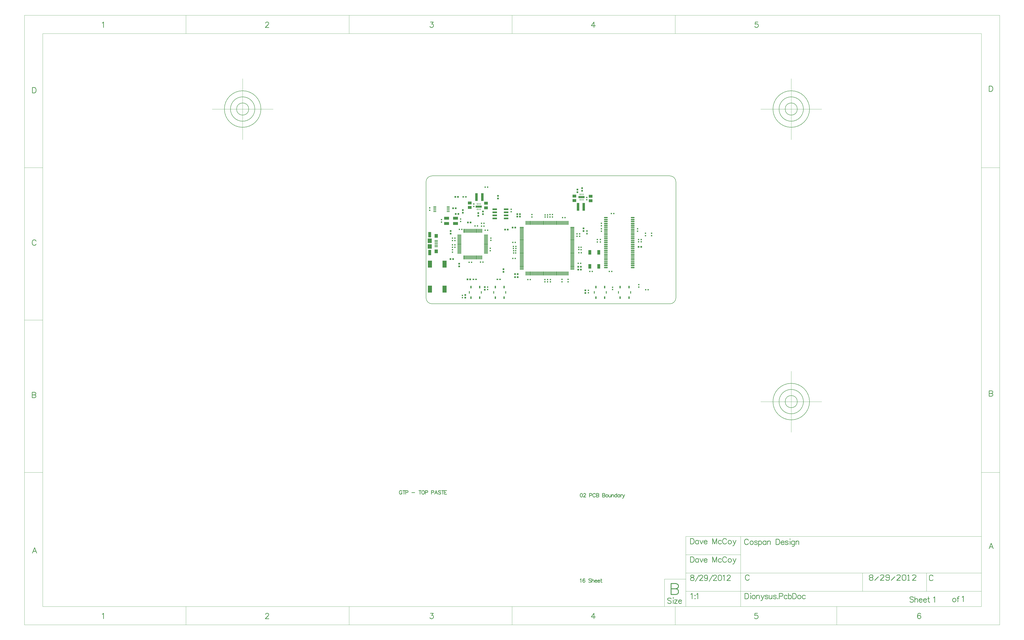
<source format=gtp>
%FSLAX25Y25*%
%MOIN*%
G70*
G01*
G75*
G04 Layer_Color=8421504*
%ADD10R,0.02953X0.02559*%
%ADD11R,0.05118X0.09055*%
%ADD12R,0.07087X0.07480*%
%ADD13R,0.05512X0.06299*%
%ADD14R,0.05315X0.01575*%
%ADD15R,0.02559X0.02953*%
%ADD16R,0.02362X0.03937*%
%ADD17R,0.01772X0.03937*%
%ADD18R,0.02362X0.01969*%
%ADD19R,0.01969X0.02362*%
%ADD20R,0.05906X0.05118*%
%ADD21R,0.04331X0.12598*%
%ADD22R,0.09843X0.03543*%
%ADD23R,0.00984X0.03150*%
%ADD24R,0.02756X0.01969*%
%ADD25R,0.01969X0.02756*%
%ADD26R,0.07874X0.04724*%
%ADD27R,0.07087X0.11811*%
%ADD28R,0.04921X0.07284*%
%ADD29R,0.07480X0.02835*%
%ADD30R,0.04921X0.01378*%
%ADD31O,0.06102X0.02165*%
%ADD32O,0.01181X0.07087*%
%ADD33O,0.07087X0.01181*%
%ADD34C,0.00600*%
%ADD35C,0.01000*%
%ADD36C,0.01500*%
%ADD37C,0.02000*%
%ADD38C,0.03000*%
%ADD39C,0.00400*%
%ADD40C,0.00200*%
%ADD41C,0.01400*%
%ADD42C,0.06000*%
%ADD43C,0.05906*%
%ADD44C,0.03937*%
%ADD45C,0.02400*%
%ADD46C,0.04000*%
%ADD47C,0.14900*%
%ADD48C,0.06400*%
%ADD49C,0.06416*%
G04:AMPARAMS|DCode=50|XSize=80.157mil|YSize=80.157mil|CornerRadius=0mil|HoleSize=0mil|Usage=FLASHONLY|Rotation=0.000|XOffset=0mil|YOffset=0mil|HoleType=Round|Shape=Relief|Width=8mil|Gap=10mil|Entries=4|*
%AMTHD50*
7,0,0,0.08016,0.06016,0.00800,45*
%
%ADD50THD50*%
G04:AMPARAMS|DCode=51|XSize=80mil|YSize=80mil|CornerRadius=0mil|HoleSize=0mil|Usage=FLASHONLY|Rotation=0.000|XOffset=0mil|YOffset=0mil|HoleType=Round|Shape=Relief|Width=8mil|Gap=10mil|Entries=4|*
%AMTHD51*
7,0,0,0.08000,0.06000,0.00800,45*
%
%ADD51THD51*%
%ADD52C,0.08699*%
%ADD53C,0.09487*%
G04:AMPARAMS|DCode=54|XSize=50mil|YSize=50mil|CornerRadius=0mil|HoleSize=0mil|Usage=FLASHONLY|Rotation=0.000|XOffset=0mil|YOffset=0mil|HoleType=Round|Shape=Relief|Width=8mil|Gap=10mil|Entries=4|*
%AMTHD54*
7,0,0,0.05000,0.03000,0.00800,45*
%
%ADD54THD54*%
%ADD55C,0.03400*%
%ADD56C,0.00984*%
%ADD57C,0.02362*%
%ADD58C,0.00787*%
%ADD59C,0.00394*%
D10*
X154800Y147400D02*
D03*
X150469D02*
D03*
X147065Y125400D02*
D03*
X142735D02*
D03*
X130435Y122100D02*
D03*
X134765D02*
D03*
X147035Y49300D02*
D03*
X151365D02*
D03*
X49487Y157080D02*
D03*
X45157D02*
D03*
X73965Y133800D02*
D03*
X69635D02*
D03*
X49535Y148000D02*
D03*
X53865D02*
D03*
X40969Y73900D02*
D03*
X45300D02*
D03*
X349500Y94000D02*
D03*
X353831D02*
D03*
X151365Y44300D02*
D03*
X147035D02*
D03*
X254765Y56400D02*
D03*
X250435D02*
D03*
X254765Y61100D02*
D03*
X250435D02*
D03*
X69035Y40400D02*
D03*
X73365D02*
D03*
X48835Y175900D02*
D03*
X53165D02*
D03*
X150469Y143500D02*
D03*
X154800D02*
D03*
D11*
X6968Y84436D02*
D03*
Y113964D02*
D03*
D12*
Y103924D02*
D03*
Y94476D02*
D03*
D13*
X17500Y111798D02*
D03*
Y86602D02*
D03*
D14*
Y104318D02*
D03*
Y101759D02*
D03*
Y99200D02*
D03*
Y96641D02*
D03*
Y94082D02*
D03*
D15*
X262142Y18223D02*
D03*
Y22554D02*
D03*
X55200Y66131D02*
D03*
Y61800D02*
D03*
X61300Y150035D02*
D03*
Y154365D02*
D03*
X41300Y115635D02*
D03*
Y119965D02*
D03*
X259300Y119769D02*
D03*
Y124100D02*
D03*
X65300Y14731D02*
D03*
Y10400D02*
D03*
X97300Y23535D02*
D03*
Y27865D02*
D03*
X127800Y57231D02*
D03*
Y52900D02*
D03*
X94100Y147635D02*
D03*
Y151965D02*
D03*
X86435Y149331D02*
D03*
Y145000D02*
D03*
X249300Y187765D02*
D03*
Y183435D02*
D03*
X257000Y186035D02*
D03*
Y190365D02*
D03*
X118800Y173069D02*
D03*
Y177400D02*
D03*
D16*
X319378Y27761D02*
D03*
Y10439D02*
D03*
X333945D02*
D03*
Y27761D02*
D03*
X74417D02*
D03*
Y10439D02*
D03*
X88984D02*
D03*
Y27761D02*
D03*
X114417D02*
D03*
Y10439D02*
D03*
X128983D02*
D03*
Y27761D02*
D03*
X279416D02*
D03*
Y10439D02*
D03*
X293984D02*
D03*
Y27761D02*
D03*
D17*
X316721Y19100D02*
D03*
X336602D02*
D03*
X71759D02*
D03*
X91641D02*
D03*
X111759D02*
D03*
X131641D02*
D03*
X276759D02*
D03*
X296641D02*
D03*
D18*
X307000Y23763D02*
D03*
Y27700D02*
D03*
X140700Y151532D02*
D03*
Y155468D02*
D03*
X48200Y104131D02*
D03*
Y108069D02*
D03*
X44100Y104131D02*
D03*
Y108069D02*
D03*
Y93231D02*
D03*
Y97168D02*
D03*
X48300Y93231D02*
D03*
Y97168D02*
D03*
X106200Y87532D02*
D03*
Y91469D02*
D03*
X44300Y85232D02*
D03*
Y89169D02*
D03*
X107200Y108369D02*
D03*
Y104431D02*
D03*
X6900Y157768D02*
D03*
Y153832D02*
D03*
X26200Y138537D02*
D03*
Y134600D02*
D03*
X57600Y135563D02*
D03*
Y139500D02*
D03*
X349507Y102075D02*
D03*
Y106012D02*
D03*
X348000Y119532D02*
D03*
Y123468D02*
D03*
X353731Y102075D02*
D03*
Y106012D02*
D03*
X288440Y123571D02*
D03*
Y119634D02*
D03*
X288454Y128591D02*
D03*
Y132528D02*
D03*
X281976Y105971D02*
D03*
Y102034D02*
D03*
X286789Y105971D02*
D03*
Y102034D02*
D03*
X370800Y112163D02*
D03*
Y116100D02*
D03*
X360800Y112163D02*
D03*
Y116100D02*
D03*
X349800Y27963D02*
D03*
Y31900D02*
D03*
X195800Y36432D02*
D03*
Y40369D02*
D03*
X223906Y36531D02*
D03*
Y40468D02*
D03*
X253000Y115168D02*
D03*
Y111232D02*
D03*
X248700Y115168D02*
D03*
Y111232D02*
D03*
X174694Y146869D02*
D03*
Y142931D02*
D03*
X204300Y146869D02*
D03*
Y142931D02*
D03*
X200300Y36432D02*
D03*
Y40369D02*
D03*
X208158Y146869D02*
D03*
Y142931D02*
D03*
X204800Y36432D02*
D03*
Y40369D02*
D03*
X251500Y93337D02*
D03*
Y89400D02*
D03*
X233749Y36531D02*
D03*
Y40468D02*
D03*
X255100Y93237D02*
D03*
Y89300D02*
D03*
X144500Y83732D02*
D03*
Y87669D02*
D03*
X147900Y83732D02*
D03*
Y87669D02*
D03*
X60700Y14337D02*
D03*
Y10400D02*
D03*
X102035Y23863D02*
D03*
Y27800D02*
D03*
X79175Y160231D02*
D03*
Y164169D02*
D03*
X264700Y175037D02*
D03*
Y171100D02*
D03*
X267077Y18557D02*
D03*
Y22494D02*
D03*
D19*
X101868Y121300D02*
D03*
X97931D02*
D03*
X55632Y122700D02*
D03*
X59569D02*
D03*
X95768Y132400D02*
D03*
X91831D02*
D03*
X95768Y128000D02*
D03*
X91831D02*
D03*
X85268Y128100D02*
D03*
X81331D02*
D03*
X94269Y68800D02*
D03*
X90332D02*
D03*
X75568Y68700D02*
D03*
X71631D02*
D03*
X305471Y53473D02*
D03*
X301534D02*
D03*
X308789Y148461D02*
D03*
X304852D02*
D03*
X361300Y23400D02*
D03*
X365237D02*
D03*
X101800Y191900D02*
D03*
X97863D02*
D03*
X167832Y40300D02*
D03*
X171768D02*
D03*
X273502Y53466D02*
D03*
X269565D02*
D03*
X254569Y66994D02*
D03*
X250631D02*
D03*
X224832Y141900D02*
D03*
X228768D02*
D03*
X255542Y84332D02*
D03*
X251606D02*
D03*
X144332Y91100D02*
D03*
X148268D02*
D03*
X196335Y146304D02*
D03*
X200272D02*
D03*
X196335Y142804D02*
D03*
X200272D02*
D03*
X143363Y74868D02*
D03*
X147300D02*
D03*
X144332Y94600D02*
D03*
X148268D02*
D03*
X143141Y101091D02*
D03*
X147078D02*
D03*
D20*
X99275Y158000D02*
D03*
Y165480D02*
D03*
X271000Y176940D02*
D03*
Y169460D02*
D03*
X244100Y177340D02*
D03*
Y169860D02*
D03*
X72475Y158460D02*
D03*
Y165940D02*
D03*
D21*
X259724Y159600D02*
D03*
X250276D02*
D03*
X83650Y175700D02*
D03*
X93099D02*
D03*
D22*
X256025Y175400D02*
D03*
X87375Y160000D02*
D03*
D23*
X258978Y171069D02*
D03*
X257010D02*
D03*
X255041D02*
D03*
X253072D02*
D03*
Y179731D02*
D03*
X255041D02*
D03*
X257010D02*
D03*
X258978D02*
D03*
X84422Y155669D02*
D03*
X86391D02*
D03*
X88359D02*
D03*
X90328D02*
D03*
Y164331D02*
D03*
X88359D02*
D03*
X86391D02*
D03*
X84422D02*
D03*
D24*
X82865Y40400D02*
D03*
X78535D02*
D03*
X61835Y175900D02*
D03*
X66165D02*
D03*
X122065Y40400D02*
D03*
X117735D02*
D03*
D25*
X265000Y119965D02*
D03*
Y115635D02*
D03*
D26*
X49183Y132269D02*
D03*
Y140931D02*
D03*
X34617D02*
D03*
Y132269D02*
D03*
D27*
X31116Y24675D02*
D03*
X7100D02*
D03*
Y65620D02*
D03*
X31116D02*
D03*
D28*
X269516Y61983D02*
D03*
X284084D02*
D03*
Y84817D02*
D03*
X269516D02*
D03*
D29*
X113648Y155500D02*
D03*
Y150500D02*
D03*
Y145500D02*
D03*
Y140500D02*
D03*
X132152Y155500D02*
D03*
Y150500D02*
D03*
Y145500D02*
D03*
Y140500D02*
D03*
D30*
X15078Y159639D02*
D03*
Y157080D02*
D03*
Y154520D02*
D03*
Y151961D02*
D03*
X37322Y159639D02*
D03*
Y157080D02*
D03*
Y154520D02*
D03*
Y151961D02*
D03*
D31*
X295957Y141818D02*
D03*
Y138669D02*
D03*
Y135519D02*
D03*
Y132369D02*
D03*
Y129220D02*
D03*
Y126070D02*
D03*
Y122921D02*
D03*
Y119771D02*
D03*
Y116621D02*
D03*
Y113472D02*
D03*
Y110322D02*
D03*
Y107172D02*
D03*
Y104023D02*
D03*
Y100873D02*
D03*
Y97724D02*
D03*
Y94574D02*
D03*
Y91424D02*
D03*
Y88275D02*
D03*
Y85125D02*
D03*
Y81976D02*
D03*
Y78826D02*
D03*
Y75676D02*
D03*
Y72527D02*
D03*
Y69377D02*
D03*
Y66228D02*
D03*
Y63078D02*
D03*
Y59928D02*
D03*
X340052Y141818D02*
D03*
Y138669D02*
D03*
Y135519D02*
D03*
Y132369D02*
D03*
Y129220D02*
D03*
Y126070D02*
D03*
Y122921D02*
D03*
Y119771D02*
D03*
Y116621D02*
D03*
Y113472D02*
D03*
Y110322D02*
D03*
Y107172D02*
D03*
Y104023D02*
D03*
Y100873D02*
D03*
Y97724D02*
D03*
Y94574D02*
D03*
Y91424D02*
D03*
Y88275D02*
D03*
Y85125D02*
D03*
Y81976D02*
D03*
Y78826D02*
D03*
Y75676D02*
D03*
Y72527D02*
D03*
Y69377D02*
D03*
Y66228D02*
D03*
Y63078D02*
D03*
Y59928D02*
D03*
D32*
X62736Y120250D02*
D03*
X64705D02*
D03*
X66673D02*
D03*
X68642D02*
D03*
X70610D02*
D03*
X72579D02*
D03*
X74547D02*
D03*
X76516D02*
D03*
X78484D02*
D03*
X80453D02*
D03*
X82421D02*
D03*
X84390D02*
D03*
X86358D02*
D03*
X88327D02*
D03*
X90295D02*
D03*
X92264D02*
D03*
Y76550D02*
D03*
X90295D02*
D03*
X88327D02*
D03*
X86358D02*
D03*
X84390D02*
D03*
X82421D02*
D03*
X80453D02*
D03*
X78484D02*
D03*
X76516D02*
D03*
X74547D02*
D03*
X72579D02*
D03*
X70610D02*
D03*
X68642D02*
D03*
X66673D02*
D03*
X64705D02*
D03*
X62736D02*
D03*
X164851Y133135D02*
D03*
X166820D02*
D03*
X168788D02*
D03*
X170757D02*
D03*
X172725D02*
D03*
X174694D02*
D03*
X176662D02*
D03*
X178631D02*
D03*
X180599D02*
D03*
X182568D02*
D03*
X184536D02*
D03*
X186505D02*
D03*
X188473D02*
D03*
X190442D02*
D03*
X192410D02*
D03*
X194379D02*
D03*
X196347D02*
D03*
X198316D02*
D03*
X200284D02*
D03*
X202253D02*
D03*
X204221D02*
D03*
X206190D02*
D03*
X208158D02*
D03*
X210127D02*
D03*
X212095D02*
D03*
X214064D02*
D03*
X216032D02*
D03*
X218001D02*
D03*
X219969D02*
D03*
X221938D02*
D03*
X223906D02*
D03*
X225875D02*
D03*
X227843D02*
D03*
X229812D02*
D03*
X231780D02*
D03*
X233749D02*
D03*
Y50065D02*
D03*
X231780D02*
D03*
X229812D02*
D03*
X227843D02*
D03*
X225875D02*
D03*
X223906D02*
D03*
X221938D02*
D03*
X219969D02*
D03*
X218001D02*
D03*
X216032D02*
D03*
X214064D02*
D03*
X212095D02*
D03*
X210127D02*
D03*
X208158D02*
D03*
X206190D02*
D03*
X204221D02*
D03*
X202253D02*
D03*
X200284D02*
D03*
X198316D02*
D03*
X196347D02*
D03*
X194379D02*
D03*
X192410D02*
D03*
X190442D02*
D03*
X188473D02*
D03*
X186505D02*
D03*
X184536D02*
D03*
X182568D02*
D03*
X180599D02*
D03*
X178631D02*
D03*
X176662D02*
D03*
X174694D02*
D03*
X172725D02*
D03*
X170757D02*
D03*
X168788D02*
D03*
X166820D02*
D03*
X164851D02*
D03*
D33*
X99350Y113164D02*
D03*
Y111195D02*
D03*
Y109227D02*
D03*
Y107258D02*
D03*
Y105290D02*
D03*
Y103321D02*
D03*
Y101353D02*
D03*
Y99384D02*
D03*
Y97416D02*
D03*
Y95447D02*
D03*
Y93479D02*
D03*
Y91510D02*
D03*
Y89542D02*
D03*
Y87573D02*
D03*
Y85605D02*
D03*
Y83636D02*
D03*
X55650D02*
D03*
Y85605D02*
D03*
Y87573D02*
D03*
Y89542D02*
D03*
Y91510D02*
D03*
Y93479D02*
D03*
Y95447D02*
D03*
Y97416D02*
D03*
Y99384D02*
D03*
Y101353D02*
D03*
Y103321D02*
D03*
Y105290D02*
D03*
Y107258D02*
D03*
Y109227D02*
D03*
Y111195D02*
D03*
Y113164D02*
D03*
X157765Y57151D02*
D03*
Y59120D02*
D03*
Y61088D02*
D03*
Y63057D02*
D03*
Y65025D02*
D03*
Y66994D02*
D03*
Y68962D02*
D03*
Y70931D02*
D03*
Y72899D02*
D03*
Y74868D02*
D03*
Y76836D02*
D03*
Y78805D02*
D03*
Y80773D02*
D03*
Y82742D02*
D03*
Y84710D02*
D03*
Y86679D02*
D03*
Y88647D02*
D03*
Y90616D02*
D03*
Y92584D02*
D03*
Y94553D02*
D03*
Y96521D02*
D03*
Y98490D02*
D03*
Y100458D02*
D03*
Y102427D02*
D03*
Y104395D02*
D03*
Y106364D02*
D03*
Y108332D02*
D03*
Y110301D02*
D03*
Y112269D02*
D03*
Y114238D02*
D03*
Y116206D02*
D03*
Y118175D02*
D03*
Y120143D02*
D03*
Y122112D02*
D03*
Y124080D02*
D03*
Y126049D02*
D03*
X240835D02*
D03*
Y124080D02*
D03*
Y122112D02*
D03*
Y120143D02*
D03*
Y118175D02*
D03*
Y116206D02*
D03*
Y114238D02*
D03*
Y112269D02*
D03*
Y110301D02*
D03*
Y108332D02*
D03*
Y106364D02*
D03*
Y104395D02*
D03*
Y102427D02*
D03*
Y100458D02*
D03*
Y98490D02*
D03*
Y96521D02*
D03*
Y94553D02*
D03*
Y92584D02*
D03*
Y90616D02*
D03*
Y88647D02*
D03*
Y86679D02*
D03*
Y84710D02*
D03*
Y82742D02*
D03*
Y80773D02*
D03*
Y78805D02*
D03*
Y76836D02*
D03*
Y74868D02*
D03*
Y72899D02*
D03*
Y70931D02*
D03*
Y68962D02*
D03*
Y66994D02*
D03*
Y65025D02*
D03*
Y63057D02*
D03*
Y61088D02*
D03*
Y59120D02*
D03*
Y57151D02*
D03*
D34*
X610000Y-160000D02*
G03*
X610000Y-160000I-10000J0D01*
G01*
X620000D02*
G03*
X620000Y-160000I-20000J0D01*
G01*
X630000D02*
G03*
X630000Y-160000I-30000J0D01*
G01*
X610000Y320000D02*
G03*
X610000Y320000I-10000J0D01*
G01*
X620000D02*
G03*
X620000Y320000I-20000J0D01*
G01*
X630000D02*
G03*
X630000Y320000I-30000J0D01*
G01*
X-290000D02*
G03*
X-290000Y320000I-10000J0D01*
G01*
X-280000D02*
G03*
X-280000Y320000I-20000J0D01*
G01*
X-270000D02*
G03*
X-270000Y320000I-30000J0D01*
G01*
X800Y10400D02*
G03*
X10800Y400I10000J0D01*
G01*
Y210400D02*
G03*
X800Y200400I0J-10000D01*
G01*
X410800D02*
G03*
X400800Y210400I-10000J0D01*
G01*
Y400D02*
G03*
X410800Y10400I0J10000D01*
G01*
X800D02*
Y200400D01*
X10800Y400D02*
X400800D01*
X410800Y10400D02*
Y200400D01*
X10800Y210400D02*
X400800D01*
D35*
X-38940Y-307221D02*
X-39226Y-306650D01*
X-39797Y-306078D01*
X-40369Y-305793D01*
X-41511D01*
X-42083Y-306078D01*
X-42654Y-306650D01*
X-42940Y-307221D01*
X-43225Y-308078D01*
Y-309506D01*
X-42940Y-310363D01*
X-42654Y-310934D01*
X-42083Y-311506D01*
X-41511Y-311791D01*
X-40369D01*
X-39797Y-311506D01*
X-39226Y-310934D01*
X-38940Y-310363D01*
Y-309506D01*
X-40369D02*
X-38940D01*
X-35570Y-305793D02*
Y-311791D01*
X-37569Y-305793D02*
X-33570D01*
X-32856Y-308935D02*
X-30285D01*
X-29428Y-308649D01*
X-29142Y-308364D01*
X-28857Y-307792D01*
Y-306935D01*
X-29142Y-306364D01*
X-29428Y-306078D01*
X-30285Y-305793D01*
X-32856D01*
Y-311791D01*
X-22801Y-309221D02*
X-17659D01*
X-9175Y-305793D02*
Y-311791D01*
X-11175Y-305793D02*
X-7176D01*
X-4748D02*
X-5319Y-306078D01*
X-5890Y-306650D01*
X-6176Y-307221D01*
X-6462Y-308078D01*
Y-309506D01*
X-6176Y-310363D01*
X-5890Y-310934D01*
X-5319Y-311506D01*
X-4748Y-311791D01*
X-3605D01*
X-3034Y-311506D01*
X-2462Y-310934D01*
X-2177Y-310363D01*
X-1891Y-309506D01*
Y-308078D01*
X-2177Y-307221D01*
X-2462Y-306650D01*
X-3034Y-306078D01*
X-3605Y-305793D01*
X-4748D01*
X-491Y-308935D02*
X2079D01*
X2936Y-308649D01*
X3222Y-308364D01*
X3508Y-307792D01*
Y-306935D01*
X3222Y-306364D01*
X2936Y-306078D01*
X2079Y-305793D01*
X-491D01*
Y-311791D01*
X9563Y-308935D02*
X12134D01*
X12991Y-308649D01*
X13277Y-308364D01*
X13563Y-307792D01*
Y-306935D01*
X13277Y-306364D01*
X12991Y-306078D01*
X12134Y-305793D01*
X9563D01*
Y-311791D01*
X19476D02*
X17190Y-305793D01*
X14905Y-311791D01*
X15762Y-309792D02*
X18619D01*
X24874Y-306650D02*
X24303Y-306078D01*
X23446Y-305793D01*
X22304D01*
X21447Y-306078D01*
X20875Y-306650D01*
Y-307221D01*
X21161Y-307792D01*
X21447Y-308078D01*
X22018Y-308364D01*
X23732Y-308935D01*
X24303Y-309221D01*
X24589Y-309506D01*
X24874Y-310078D01*
Y-310934D01*
X24303Y-311506D01*
X23446Y-311791D01*
X22304D01*
X21447Y-311506D01*
X20875Y-310934D01*
X28217Y-305793D02*
Y-311791D01*
X26217Y-305793D02*
X30216D01*
X34644D02*
X30930D01*
Y-311791D01*
X34644D01*
X30930Y-308649D02*
X33216D01*
X255214Y-310501D02*
X254357Y-310787D01*
X253786Y-311644D01*
X253500Y-313072D01*
Y-313929D01*
X253786Y-315357D01*
X254357Y-316214D01*
X255214Y-316500D01*
X255785D01*
X256642Y-316214D01*
X257213Y-315357D01*
X257499Y-313929D01*
Y-313072D01*
X257213Y-311644D01*
X256642Y-310787D01*
X255785Y-310501D01*
X255214D01*
X259127Y-311930D02*
Y-311644D01*
X259413Y-311073D01*
X259699Y-310787D01*
X260270Y-310501D01*
X261413D01*
X261984Y-310787D01*
X262269Y-311073D01*
X262555Y-311644D01*
Y-312215D01*
X262269Y-312787D01*
X261698Y-313644D01*
X258842Y-316500D01*
X262841D01*
X268897Y-313644D02*
X271468D01*
X272324Y-313358D01*
X272610Y-313072D01*
X272896Y-312501D01*
Y-311644D01*
X272610Y-311073D01*
X272324Y-310787D01*
X271468Y-310501D01*
X268897D01*
Y-316500D01*
X278523Y-311930D02*
X278238Y-311358D01*
X277666Y-310787D01*
X277095Y-310501D01*
X275952D01*
X275381Y-310787D01*
X274810Y-311358D01*
X274524Y-311930D01*
X274238Y-312787D01*
Y-314215D01*
X274524Y-315072D01*
X274810Y-315643D01*
X275381Y-316214D01*
X275952Y-316500D01*
X277095D01*
X277666Y-316214D01*
X278238Y-315643D01*
X278523Y-315072D01*
X280209Y-310501D02*
Y-316500D01*
Y-310501D02*
X282779D01*
X283636Y-310787D01*
X283922Y-311073D01*
X284208Y-311644D01*
Y-312215D01*
X283922Y-312787D01*
X283636Y-313072D01*
X282779Y-313358D01*
X280209D02*
X282779D01*
X283636Y-313644D01*
X283922Y-313929D01*
X284208Y-314500D01*
Y-315357D01*
X283922Y-315929D01*
X283636Y-316214D01*
X282779Y-316500D01*
X280209D01*
X290264Y-310501D02*
Y-316500D01*
Y-310501D02*
X292834D01*
X293691Y-310787D01*
X293977Y-311073D01*
X294263Y-311644D01*
Y-312215D01*
X293977Y-312787D01*
X293691Y-313072D01*
X292834Y-313358D01*
X290264D02*
X292834D01*
X293691Y-313644D01*
X293977Y-313929D01*
X294263Y-314500D01*
Y-315357D01*
X293977Y-315929D01*
X293691Y-316214D01*
X292834Y-316500D01*
X290264D01*
X297034Y-312501D02*
X296462Y-312787D01*
X295891Y-313358D01*
X295605Y-314215D01*
Y-314786D01*
X295891Y-315643D01*
X296462Y-316214D01*
X297034Y-316500D01*
X297890D01*
X298462Y-316214D01*
X299033Y-315643D01*
X299319Y-314786D01*
Y-314215D01*
X299033Y-313358D01*
X298462Y-312787D01*
X297890Y-312501D01*
X297034D01*
X300633D02*
Y-315357D01*
X300918Y-316214D01*
X301490Y-316500D01*
X302347D01*
X302918Y-316214D01*
X303775Y-315357D01*
Y-312501D02*
Y-316500D01*
X305346Y-312501D02*
Y-316500D01*
Y-313644D02*
X306203Y-312787D01*
X306774Y-312501D01*
X307631D01*
X308203Y-312787D01*
X308488Y-313644D01*
Y-316500D01*
X313487Y-310501D02*
Y-316500D01*
Y-313358D02*
X312916Y-312787D01*
X312345Y-312501D01*
X311488D01*
X310916Y-312787D01*
X310345Y-313358D01*
X310059Y-314215D01*
Y-314786D01*
X310345Y-315643D01*
X310916Y-316214D01*
X311488Y-316500D01*
X312345D01*
X312916Y-316214D01*
X313487Y-315643D01*
X318515Y-312501D02*
Y-316500D01*
Y-313358D02*
X317943Y-312787D01*
X317372Y-312501D01*
X316515D01*
X315944Y-312787D01*
X315372Y-313358D01*
X315087Y-314215D01*
Y-314786D01*
X315372Y-315643D01*
X315944Y-316214D01*
X316515Y-316500D01*
X317372D01*
X317943Y-316214D01*
X318515Y-315643D01*
X320114Y-312501D02*
Y-316500D01*
Y-314215D02*
X320400Y-313358D01*
X320971Y-312787D01*
X321543Y-312501D01*
X322399D01*
X323228D02*
X324942Y-316500D01*
X326656Y-312501D02*
X324942Y-316500D01*
X324371Y-317643D01*
X323799Y-318214D01*
X323228Y-318500D01*
X322942D01*
X924500Y-142002D02*
Y-151000D01*
Y-142002D02*
X928356D01*
X929642Y-142430D01*
X930070Y-142859D01*
X930499Y-143716D01*
Y-144573D01*
X930070Y-145430D01*
X929642Y-145858D01*
X928356Y-146287D01*
X924500D02*
X928356D01*
X929642Y-146715D01*
X930070Y-147144D01*
X930499Y-148001D01*
Y-149286D01*
X930070Y-150143D01*
X929642Y-150572D01*
X928356Y-151000D01*
X924500D01*
X-638144Y-408500D02*
X-641572Y-399502D01*
X-645000Y-408500D01*
X-643715Y-405501D02*
X-639430D01*
X-645500Y-144502D02*
Y-153500D01*
Y-144502D02*
X-641644D01*
X-640358Y-144930D01*
X-639930Y-145359D01*
X-639501Y-146216D01*
Y-147073D01*
X-639930Y-147930D01*
X-640358Y-148358D01*
X-641644Y-148787D01*
X-645500D02*
X-641644D01*
X-640358Y-149215D01*
X-639930Y-149644D01*
X-639501Y-150501D01*
Y-151786D01*
X-639930Y-152643D01*
X-640358Y-153071D01*
X-641644Y-153500D01*
X-645500D01*
X-639073Y103356D02*
X-639501Y104213D01*
X-640358Y105070D01*
X-641215Y105498D01*
X-642929D01*
X-643786Y105070D01*
X-644643Y104213D01*
X-645072Y103356D01*
X-645500Y102070D01*
Y99928D01*
X-645072Y98642D01*
X-644643Y97785D01*
X-643786Y96929D01*
X-642929Y96500D01*
X-641215D01*
X-640358Y96929D01*
X-639501Y97785D01*
X-639073Y98642D01*
X-645000Y355498D02*
Y346500D01*
Y355498D02*
X-642001D01*
X-640715Y355070D01*
X-639858Y354213D01*
X-639430Y353356D01*
X-639001Y352070D01*
Y349928D01*
X-639430Y348642D01*
X-639858Y347785D01*
X-640715Y346929D01*
X-642001Y346500D01*
X-645000D01*
X812142Y-508287D02*
X811713Y-507430D01*
X810428Y-507002D01*
X809571D01*
X808285Y-507430D01*
X807428Y-508716D01*
X807000Y-510858D01*
Y-513001D01*
X807428Y-514715D01*
X808285Y-515571D01*
X809571Y-516000D01*
X809999D01*
X811285Y-515571D01*
X812142Y-514715D01*
X812570Y-513429D01*
Y-513001D01*
X812142Y-511715D01*
X811285Y-510858D01*
X809999Y-510430D01*
X809571D01*
X808285Y-510858D01*
X807428Y-511715D01*
X807000Y-513001D01*
X524000Y-474502D02*
Y-483500D01*
Y-474502D02*
X526999D01*
X528285Y-474930D01*
X529142Y-475787D01*
X529570Y-476644D01*
X529999Y-477930D01*
Y-480072D01*
X529570Y-481358D01*
X529142Y-482215D01*
X528285Y-483072D01*
X526999Y-483500D01*
X524000D01*
X532869Y-474502D02*
X533298Y-474930D01*
X533727Y-474502D01*
X533298Y-474073D01*
X532869Y-474502D01*
X533298Y-477501D02*
Y-483500D01*
X537454Y-477501D02*
X536597Y-477930D01*
X535740Y-478787D01*
X535312Y-480072D01*
Y-480929D01*
X535740Y-482215D01*
X536597Y-483072D01*
X537454Y-483500D01*
X538740D01*
X539597Y-483072D01*
X540454Y-482215D01*
X540882Y-480929D01*
Y-480072D01*
X540454Y-478787D01*
X539597Y-477930D01*
X538740Y-477501D01*
X537454D01*
X542853D02*
Y-483500D01*
Y-479215D02*
X544138Y-477930D01*
X544995Y-477501D01*
X546281D01*
X547138Y-477930D01*
X547566Y-479215D01*
Y-483500D01*
X550351Y-477501D02*
X552922Y-483500D01*
X555493Y-477501D02*
X552922Y-483500D01*
X552065Y-485214D01*
X551208Y-486071D01*
X550351Y-486499D01*
X549923D01*
X561706Y-478787D02*
X561278Y-477930D01*
X559992Y-477501D01*
X558707D01*
X557421Y-477930D01*
X556993Y-478787D01*
X557421Y-479644D01*
X558278Y-480072D01*
X560421Y-480501D01*
X561278Y-480929D01*
X561706Y-481786D01*
Y-482215D01*
X561278Y-483072D01*
X559992Y-483500D01*
X558707D01*
X557421Y-483072D01*
X556993Y-482215D01*
X563591Y-477501D02*
Y-481786D01*
X564020Y-483072D01*
X564877Y-483500D01*
X566162D01*
X567019Y-483072D01*
X568305Y-481786D01*
Y-477501D02*
Y-483500D01*
X575375Y-478787D02*
X574946Y-477930D01*
X573661Y-477501D01*
X572375D01*
X571090Y-477930D01*
X570661Y-478787D01*
X571090Y-479644D01*
X571947Y-480072D01*
X574089Y-480501D01*
X574946Y-480929D01*
X575375Y-481786D01*
Y-482215D01*
X574946Y-483072D01*
X573661Y-483500D01*
X572375D01*
X571090Y-483072D01*
X570661Y-482215D01*
X577689Y-482643D02*
X577260Y-483072D01*
X577689Y-483500D01*
X578117Y-483072D01*
X577689Y-482643D01*
X580088Y-479215D02*
X583944D01*
X585230Y-478787D01*
X585658Y-478358D01*
X586087Y-477501D01*
Y-476216D01*
X585658Y-475359D01*
X585230Y-474930D01*
X583944Y-474502D01*
X580088D01*
Y-483500D01*
X593242Y-478787D02*
X592385Y-477930D01*
X591528Y-477501D01*
X590243D01*
X589386Y-477930D01*
X588529Y-478787D01*
X588101Y-480072D01*
Y-480929D01*
X588529Y-482215D01*
X589386Y-483072D01*
X590243Y-483500D01*
X591528D01*
X592385Y-483072D01*
X593242Y-482215D01*
X595170Y-474502D02*
Y-483500D01*
Y-478787D02*
X596027Y-477930D01*
X596884Y-477501D01*
X598170D01*
X599027Y-477930D01*
X599884Y-478787D01*
X600312Y-480072D01*
Y-480929D01*
X599884Y-482215D01*
X599027Y-483072D01*
X598170Y-483500D01*
X596884D01*
X596027Y-483072D01*
X595170Y-482215D01*
X602240Y-474502D02*
Y-483500D01*
Y-474502D02*
X605240D01*
X606525Y-474930D01*
X607382Y-475787D01*
X607811Y-476644D01*
X608239Y-477930D01*
Y-480072D01*
X607811Y-481358D01*
X607382Y-482215D01*
X606525Y-483072D01*
X605240Y-483500D01*
X602240D01*
X612395Y-477501D02*
X611538Y-477930D01*
X610681Y-478787D01*
X610253Y-480072D01*
Y-480929D01*
X610681Y-482215D01*
X611538Y-483072D01*
X612395Y-483500D01*
X613681D01*
X614538Y-483072D01*
X615395Y-482215D01*
X615823Y-480929D01*
Y-480072D01*
X615395Y-478787D01*
X614538Y-477930D01*
X613681Y-477501D01*
X612395D01*
X622936Y-478787D02*
X622079Y-477930D01*
X621222Y-477501D01*
X619937D01*
X619080Y-477930D01*
X618223Y-478787D01*
X617794Y-480072D01*
Y-480929D01*
X618223Y-482215D01*
X619080Y-483072D01*
X619937Y-483500D01*
X621222D01*
X622079Y-483072D01*
X622936Y-482215D01*
X435000Y-476216D02*
X435857Y-475787D01*
X437142Y-474502D01*
Y-483500D01*
X442027Y-477501D02*
X441599Y-477930D01*
X442027Y-478358D01*
X442456Y-477930D01*
X442027Y-477501D01*
Y-482643D02*
X441599Y-483072D01*
X442027Y-483500D01*
X442456Y-483072D01*
X442027Y-482643D01*
X444427Y-476216D02*
X445284Y-475787D01*
X446569Y-474502D01*
Y-483500D01*
X402999Y-483287D02*
X402142Y-482430D01*
X400856Y-482002D01*
X399142D01*
X397857Y-482430D01*
X397000Y-483287D01*
Y-484144D01*
X397428Y-485001D01*
X397857Y-485430D01*
X398714Y-485858D01*
X401285Y-486715D01*
X402142Y-487144D01*
X402570Y-487572D01*
X402999Y-488429D01*
Y-489715D01*
X402142Y-490571D01*
X400856Y-491000D01*
X399142D01*
X397857Y-490571D01*
X397000Y-489715D01*
X405869Y-482002D02*
X406298Y-482430D01*
X406727Y-482002D01*
X406298Y-481573D01*
X405869Y-482002D01*
X406298Y-485001D02*
Y-491000D01*
X413025Y-485001D02*
X408312Y-491000D01*
Y-485001D02*
X413025D01*
X408312Y-491000D02*
X413025D01*
X414911Y-487572D02*
X420052D01*
Y-486715D01*
X419624Y-485858D01*
X419195Y-485430D01*
X418338Y-485001D01*
X417053D01*
X416196Y-485430D01*
X415339Y-486287D01*
X414911Y-487572D01*
Y-488429D01*
X415339Y-489715D01*
X416196Y-490571D01*
X417053Y-491000D01*
X418338D01*
X419195Y-490571D01*
X420052Y-489715D01*
X436642Y-444502D02*
X435357Y-444930D01*
X434929Y-445787D01*
Y-446644D01*
X435357Y-447501D01*
X436214Y-447930D01*
X437928Y-448358D01*
X439213Y-448787D01*
X440070Y-449644D01*
X440499Y-450501D01*
Y-451786D01*
X440070Y-452643D01*
X439642Y-453071D01*
X438356Y-453500D01*
X436642D01*
X435357Y-453071D01*
X434929Y-452643D01*
X434500Y-451786D01*
Y-450501D01*
X434929Y-449644D01*
X435785Y-448787D01*
X437071Y-448358D01*
X438785Y-447930D01*
X439642Y-447501D01*
X440070Y-446644D01*
Y-445787D01*
X439642Y-444930D01*
X438356Y-444502D01*
X436642D01*
X442513Y-454785D02*
X448511Y-444502D01*
X449540Y-446644D02*
Y-446216D01*
X449968Y-445359D01*
X450397Y-444930D01*
X451254Y-444502D01*
X452968D01*
X453824Y-444930D01*
X454253Y-445359D01*
X454681Y-446216D01*
Y-447073D01*
X454253Y-447930D01*
X453396Y-449215D01*
X449111Y-453500D01*
X455110D01*
X462694Y-447501D02*
X462265Y-448787D01*
X461409Y-449644D01*
X460123Y-450072D01*
X459695D01*
X458409Y-449644D01*
X457552Y-448787D01*
X457124Y-447501D01*
Y-447073D01*
X457552Y-445787D01*
X458409Y-444930D01*
X459695Y-444502D01*
X460123D01*
X461409Y-444930D01*
X462265Y-445787D01*
X462694Y-447501D01*
Y-449644D01*
X462265Y-451786D01*
X461409Y-453071D01*
X460123Y-453500D01*
X459266D01*
X457981Y-453071D01*
X457552Y-452215D01*
X465136Y-454785D02*
X471135Y-444502D01*
X472163Y-446644D02*
Y-446216D01*
X472592Y-445359D01*
X473020Y-444930D01*
X473877Y-444502D01*
X475591D01*
X476448Y-444930D01*
X476877Y-445359D01*
X477305Y-446216D01*
Y-447073D01*
X476877Y-447930D01*
X476020Y-449215D01*
X471735Y-453500D01*
X477734D01*
X482318Y-444502D02*
X481033Y-444930D01*
X480176Y-446216D01*
X479747Y-448358D01*
Y-449644D01*
X480176Y-451786D01*
X481033Y-453071D01*
X482318Y-453500D01*
X483175D01*
X484461Y-453071D01*
X485318Y-451786D01*
X485746Y-449644D01*
Y-448358D01*
X485318Y-446216D01*
X484461Y-444930D01*
X483175Y-444502D01*
X482318D01*
X487760Y-446216D02*
X488617Y-445787D01*
X489902Y-444502D01*
Y-453500D01*
X494787Y-446644D02*
Y-446216D01*
X495216Y-445359D01*
X495644Y-444930D01*
X496501Y-444502D01*
X498215D01*
X499072Y-444930D01*
X499500Y-445359D01*
X499929Y-446216D01*
Y-447073D01*
X499500Y-447930D01*
X498643Y-449215D01*
X494359Y-453500D01*
X500357D01*
X434500Y-414502D02*
Y-423500D01*
Y-414502D02*
X437499D01*
X438785Y-414930D01*
X439642Y-415787D01*
X440070Y-416644D01*
X440499Y-417930D01*
Y-420072D01*
X440070Y-421358D01*
X439642Y-422215D01*
X438785Y-423071D01*
X437499Y-423500D01*
X434500D01*
X447654Y-417501D02*
Y-423500D01*
Y-418787D02*
X446797Y-417930D01*
X445940Y-417501D01*
X444655D01*
X443798Y-417930D01*
X442941Y-418787D01*
X442513Y-420072D01*
Y-420929D01*
X442941Y-422215D01*
X443798Y-423071D01*
X444655Y-423500D01*
X445940D01*
X446797Y-423071D01*
X447654Y-422215D01*
X450054Y-417501D02*
X452625Y-423500D01*
X455196Y-417501D02*
X452625Y-423500D01*
X456652Y-420072D02*
X461794D01*
Y-419215D01*
X461366Y-418358D01*
X460937Y-417930D01*
X460080Y-417501D01*
X458795D01*
X457938Y-417930D01*
X457081Y-418787D01*
X456652Y-420072D01*
Y-420929D01*
X457081Y-422215D01*
X457938Y-423071D01*
X458795Y-423500D01*
X460080D01*
X460937Y-423071D01*
X461794Y-422215D01*
X470792Y-414502D02*
Y-423500D01*
Y-414502D02*
X474220Y-423500D01*
X477648Y-414502D02*
X474220Y-423500D01*
X477648Y-414502D02*
Y-423500D01*
X485360Y-418787D02*
X484504Y-417930D01*
X483647Y-417501D01*
X482361D01*
X481504Y-417930D01*
X480647Y-418787D01*
X480219Y-420072D01*
Y-420929D01*
X480647Y-422215D01*
X481504Y-423071D01*
X482361Y-423500D01*
X483647D01*
X484504Y-423071D01*
X485360Y-422215D01*
X493716Y-416644D02*
X493287Y-415787D01*
X492430Y-414930D01*
X491573Y-414502D01*
X489860D01*
X489003Y-414930D01*
X488146Y-415787D01*
X487717Y-416644D01*
X487289Y-417930D01*
Y-420072D01*
X487717Y-421358D01*
X488146Y-422215D01*
X489003Y-423071D01*
X489860Y-423500D01*
X491573D01*
X492430Y-423071D01*
X493287Y-422215D01*
X493716Y-421358D01*
X498386Y-417501D02*
X497529Y-417930D01*
X496672Y-418787D01*
X496244Y-420072D01*
Y-420929D01*
X496672Y-422215D01*
X497529Y-423071D01*
X498386Y-423500D01*
X499672D01*
X500529Y-423071D01*
X501386Y-422215D01*
X501814Y-420929D01*
Y-420072D01*
X501386Y-418787D01*
X500529Y-417930D01*
X499672Y-417501D01*
X498386D01*
X504214D02*
X506784Y-423500D01*
X509355Y-417501D02*
X506784Y-423500D01*
X505928Y-425214D01*
X505071Y-426071D01*
X504214Y-426499D01*
X503785D01*
X434500Y-384502D02*
Y-393500D01*
Y-384502D02*
X437499D01*
X438785Y-384930D01*
X439642Y-385787D01*
X440070Y-386644D01*
X440499Y-387930D01*
Y-390072D01*
X440070Y-391358D01*
X439642Y-392215D01*
X438785Y-393072D01*
X437499Y-393500D01*
X434500D01*
X447654Y-387501D02*
Y-393500D01*
Y-388787D02*
X446797Y-387930D01*
X445940Y-387501D01*
X444655D01*
X443798Y-387930D01*
X442941Y-388787D01*
X442513Y-390072D01*
Y-390929D01*
X442941Y-392215D01*
X443798Y-393072D01*
X444655Y-393500D01*
X445940D01*
X446797Y-393072D01*
X447654Y-392215D01*
X450054Y-387501D02*
X452625Y-393500D01*
X455196Y-387501D02*
X452625Y-393500D01*
X456652Y-390072D02*
X461794D01*
Y-389215D01*
X461366Y-388358D01*
X460937Y-387930D01*
X460080Y-387501D01*
X458795D01*
X457938Y-387930D01*
X457081Y-388787D01*
X456652Y-390072D01*
Y-390929D01*
X457081Y-392215D01*
X457938Y-393072D01*
X458795Y-393500D01*
X460080D01*
X460937Y-393072D01*
X461794Y-392215D01*
X470792Y-384502D02*
Y-393500D01*
Y-384502D02*
X474220Y-393500D01*
X477648Y-384502D02*
X474220Y-393500D01*
X477648Y-384502D02*
Y-393500D01*
X485360Y-388787D02*
X484504Y-387930D01*
X483647Y-387501D01*
X482361D01*
X481504Y-387930D01*
X480647Y-388787D01*
X480219Y-390072D01*
Y-390929D01*
X480647Y-392215D01*
X481504Y-393072D01*
X482361Y-393500D01*
X483647D01*
X484504Y-393072D01*
X485360Y-392215D01*
X493716Y-386644D02*
X493287Y-385787D01*
X492430Y-384930D01*
X491573Y-384502D01*
X489860D01*
X489003Y-384930D01*
X488146Y-385787D01*
X487717Y-386644D01*
X487289Y-387930D01*
Y-390072D01*
X487717Y-391358D01*
X488146Y-392215D01*
X489003Y-393072D01*
X489860Y-393500D01*
X491573D01*
X492430Y-393072D01*
X493287Y-392215D01*
X493716Y-391358D01*
X498386Y-387501D02*
X497529Y-387930D01*
X496672Y-388787D01*
X496244Y-390072D01*
Y-390929D01*
X496672Y-392215D01*
X497529Y-393072D01*
X498386Y-393500D01*
X499672D01*
X500529Y-393072D01*
X501386Y-392215D01*
X501814Y-390929D01*
Y-390072D01*
X501386Y-388787D01*
X500529Y-387930D01*
X499672Y-387501D01*
X498386D01*
X504214D02*
X506784Y-393500D01*
X509355Y-387501D02*
X506784Y-393500D01*
X505928Y-395214D01*
X505071Y-396071D01*
X504214Y-396499D01*
X503785D01*
X866642Y-482501D02*
X865785Y-482930D01*
X864929Y-483787D01*
X864500Y-485072D01*
Y-485929D01*
X864929Y-487215D01*
X865785Y-488071D01*
X866642Y-488500D01*
X867928D01*
X868785Y-488071D01*
X869642Y-487215D01*
X870070Y-485929D01*
Y-485072D01*
X869642Y-483787D01*
X868785Y-482930D01*
X867928Y-482501D01*
X866642D01*
X875469Y-479502D02*
X874612D01*
X873755Y-479930D01*
X873327Y-481216D01*
Y-488500D01*
X872041Y-482501D02*
X875041D01*
X800499Y-481287D02*
X799642Y-480430D01*
X798356Y-480002D01*
X796642D01*
X795357Y-480430D01*
X794500Y-481287D01*
Y-482144D01*
X794929Y-483001D01*
X795357Y-483430D01*
X796214Y-483858D01*
X798785Y-484715D01*
X799642Y-485144D01*
X800070Y-485572D01*
X800499Y-486429D01*
Y-487715D01*
X799642Y-488572D01*
X798356Y-489000D01*
X796642D01*
X795357Y-488572D01*
X794500Y-487715D01*
X802513Y-480002D02*
Y-489000D01*
Y-484715D02*
X803798Y-483430D01*
X804655Y-483001D01*
X805940D01*
X806797Y-483430D01*
X807226Y-484715D01*
Y-489000D01*
X809583Y-485572D02*
X814724D01*
Y-484715D01*
X814296Y-483858D01*
X813867Y-483430D01*
X813010Y-483001D01*
X811725D01*
X810868Y-483430D01*
X810011Y-484287D01*
X809583Y-485572D01*
Y-486429D01*
X810011Y-487715D01*
X810868Y-488572D01*
X811725Y-489000D01*
X813010D01*
X813867Y-488572D01*
X814724Y-487715D01*
X816652Y-485572D02*
X821794D01*
Y-484715D01*
X821366Y-483858D01*
X820937Y-483430D01*
X820080Y-483001D01*
X818795D01*
X817938Y-483430D01*
X817081Y-484287D01*
X816652Y-485572D01*
Y-486429D01*
X817081Y-487715D01*
X817938Y-488572D01*
X818795Y-489000D01*
X820080D01*
X820937Y-488572D01*
X821794Y-487715D01*
X825008Y-480002D02*
Y-487286D01*
X825436Y-488572D01*
X826293Y-489000D01*
X827150D01*
X823722Y-483001D02*
X826722D01*
X530927Y-446144D02*
X530499Y-445287D01*
X529642Y-444430D01*
X528785Y-444002D01*
X527071D01*
X526214Y-444430D01*
X525357Y-445287D01*
X524929Y-446144D01*
X524500Y-447430D01*
Y-449572D01*
X524929Y-450858D01*
X525357Y-451715D01*
X526214Y-452571D01*
X527071Y-453000D01*
X528785D01*
X529642Y-452571D01*
X530499Y-451715D01*
X530927Y-450858D01*
X728000Y-445502D02*
X729499Y-444003D01*
X732499D01*
X733998Y-445502D01*
Y-447002D01*
X732499Y-448501D01*
X733998Y-450001D01*
Y-451501D01*
X732499Y-453000D01*
X729499D01*
X728000Y-451501D01*
Y-450001D01*
X729499Y-448501D01*
X728000Y-447002D01*
Y-445502D01*
X729499Y-448501D02*
X732499D01*
X736997Y-453000D02*
X742995Y-447002D01*
X751992Y-453000D02*
X745994D01*
X751992Y-447002D01*
Y-445502D01*
X750493Y-444003D01*
X747494D01*
X745994Y-445502D01*
X754991Y-451501D02*
X756491Y-453000D01*
X759490D01*
X760989Y-451501D01*
Y-445502D01*
X759490Y-444003D01*
X756491D01*
X754991Y-445502D01*
Y-447002D01*
X756491Y-448501D01*
X760989D01*
X763988Y-453000D02*
X769986Y-447002D01*
X778983Y-453000D02*
X772986D01*
X778983Y-447002D01*
Y-445502D01*
X777484Y-444003D01*
X774485D01*
X772986Y-445502D01*
X781983D02*
X783482Y-444003D01*
X786481D01*
X787981Y-445502D01*
Y-451501D01*
X786481Y-453000D01*
X783482D01*
X781983Y-451501D01*
Y-445502D01*
X790980Y-453000D02*
X793979D01*
X792479D01*
Y-444003D01*
X790980Y-445502D01*
X804475Y-453000D02*
X798477D01*
X804475Y-447002D01*
Y-445502D01*
X802976Y-444003D01*
X799977D01*
X798477Y-445502D01*
X544642Y-507002D02*
X540357D01*
X539928Y-510858D01*
X540357Y-510430D01*
X541642Y-510001D01*
X542928D01*
X544213Y-510430D01*
X545070Y-511287D01*
X545499Y-512572D01*
Y-513429D01*
X545070Y-514715D01*
X544213Y-515571D01*
X542928Y-516000D01*
X541642D01*
X540357Y-515571D01*
X539928Y-515143D01*
X539500Y-514286D01*
X276285Y-507002D02*
X272000Y-513001D01*
X278427D01*
X276285Y-507002D02*
Y-516000D01*
X7857Y-507002D02*
X12570D01*
X9999Y-510430D01*
X11285D01*
X12142Y-510858D01*
X12570Y-511287D01*
X12999Y-512572D01*
Y-513429D01*
X12570Y-514715D01*
X11713Y-515571D01*
X10428Y-516000D01*
X9142D01*
X7857Y-515571D01*
X7429Y-515143D01*
X7000Y-514286D01*
X-262572Y-509144D02*
Y-508716D01*
X-262143Y-507859D01*
X-261715Y-507430D01*
X-260858Y-507002D01*
X-259144D01*
X-258287Y-507430D01*
X-257858Y-507859D01*
X-257430Y-508716D01*
Y-509573D01*
X-257858Y-510430D01*
X-258715Y-511715D01*
X-263000Y-516000D01*
X-257001D01*
X-530500Y-508716D02*
X-529643Y-508287D01*
X-528358Y-507002D01*
Y-516000D01*
X545142Y462998D02*
X540857D01*
X540428Y459142D01*
X540857Y459570D01*
X542142Y459999D01*
X543428D01*
X544713Y459570D01*
X545570Y458713D01*
X545999Y457428D01*
Y456571D01*
X545570Y455285D01*
X544713Y454428D01*
X543428Y454000D01*
X542142D01*
X540857Y454428D01*
X540428Y454857D01*
X540000Y455714D01*
X276285Y462998D02*
X272000Y456999D01*
X278427D01*
X276285Y462998D02*
Y454000D01*
X7857Y462998D02*
X12570D01*
X9999Y459570D01*
X11285D01*
X12142Y459142D01*
X12570Y458713D01*
X12999Y457428D01*
Y456571D01*
X12570Y455285D01*
X11713Y454428D01*
X10428Y454000D01*
X9142D01*
X7857Y454428D01*
X7429Y454857D01*
X7000Y455714D01*
X-262572Y460856D02*
Y461284D01*
X-262143Y462141D01*
X-261715Y462570D01*
X-260858Y462998D01*
X-259144D01*
X-258287Y462570D01*
X-257858Y462141D01*
X-257430Y461284D01*
Y460427D01*
X-257858Y459570D01*
X-258715Y458285D01*
X-263000Y454000D01*
X-257001D01*
X931356Y-401000D02*
X927928Y-392002D01*
X924500Y-401000D01*
X925785Y-398001D02*
X930070D01*
X529549Y-387581D02*
X529121Y-386724D01*
X528264Y-385867D01*
X527407Y-385439D01*
X525693D01*
X524836Y-385867D01*
X523979Y-386724D01*
X523551Y-387581D01*
X523122Y-388867D01*
Y-391009D01*
X523551Y-392295D01*
X523979Y-393152D01*
X524836Y-394008D01*
X525693Y-394437D01*
X527407D01*
X528264Y-394008D01*
X529121Y-393152D01*
X529549Y-392295D01*
X534220Y-388438D02*
X533363Y-388867D01*
X532506Y-389724D01*
X532077Y-391009D01*
Y-391866D01*
X532506Y-393152D01*
X533363Y-394008D01*
X534220Y-394437D01*
X535505D01*
X536362Y-394008D01*
X537219Y-393152D01*
X537647Y-391866D01*
Y-391009D01*
X537219Y-389724D01*
X536362Y-388867D01*
X535505Y-388438D01*
X534220D01*
X544332Y-389724D02*
X543903Y-388867D01*
X542618Y-388438D01*
X541332D01*
X540047Y-388867D01*
X539618Y-389724D01*
X540047Y-390581D01*
X540904Y-391009D01*
X543046Y-391438D01*
X543903Y-391866D01*
X544332Y-392723D01*
Y-393152D01*
X543903Y-394008D01*
X542618Y-394437D01*
X541332D01*
X540047Y-394008D01*
X539618Y-393152D01*
X546217Y-388438D02*
Y-397436D01*
Y-389724D02*
X547074Y-388867D01*
X547931Y-388438D01*
X549217D01*
X550073Y-388867D01*
X550930Y-389724D01*
X551359Y-391009D01*
Y-391866D01*
X550930Y-393152D01*
X550073Y-394008D01*
X549217Y-394437D01*
X547931D01*
X547074Y-394008D01*
X546217Y-393152D01*
X558429Y-388438D02*
Y-394437D01*
Y-389724D02*
X557572Y-388867D01*
X556715Y-388438D01*
X555429D01*
X554572Y-388867D01*
X553716Y-389724D01*
X553287Y-391009D01*
Y-391866D01*
X553716Y-393152D01*
X554572Y-394008D01*
X555429Y-394437D01*
X556715D01*
X557572Y-394008D01*
X558429Y-393152D01*
X560828Y-388438D02*
Y-394437D01*
Y-390152D02*
X562114Y-388867D01*
X562971Y-388438D01*
X564256D01*
X565113Y-388867D01*
X565542Y-390152D01*
Y-394437D01*
X574968Y-385439D02*
Y-394437D01*
Y-385439D02*
X577967D01*
X579253Y-385867D01*
X580110Y-386724D01*
X580538Y-387581D01*
X580967Y-388867D01*
Y-391009D01*
X580538Y-392295D01*
X580110Y-393152D01*
X579253Y-394008D01*
X577967Y-394437D01*
X574968D01*
X582981Y-391009D02*
X588122D01*
Y-390152D01*
X587694Y-389295D01*
X587265Y-388867D01*
X586409Y-388438D01*
X585123D01*
X584266Y-388867D01*
X583409Y-389724D01*
X582981Y-391009D01*
Y-391866D01*
X583409Y-393152D01*
X584266Y-394008D01*
X585123Y-394437D01*
X586409D01*
X587265Y-394008D01*
X588122Y-393152D01*
X594764Y-389724D02*
X594335Y-388867D01*
X593050Y-388438D01*
X591764D01*
X590479Y-388867D01*
X590051Y-389724D01*
X590479Y-390581D01*
X591336Y-391009D01*
X593478Y-391438D01*
X594335Y-391866D01*
X594764Y-392723D01*
Y-393152D01*
X594335Y-394008D01*
X593050Y-394437D01*
X591764D01*
X590479Y-394008D01*
X590051Y-393152D01*
X597506Y-385439D02*
X597935Y-385867D01*
X598363Y-385439D01*
X597935Y-385011D01*
X597506Y-385439D01*
X597935Y-388438D02*
Y-394437D01*
X605090Y-388438D02*
Y-395294D01*
X604662Y-396579D01*
X604233Y-397008D01*
X603376Y-397436D01*
X602091D01*
X601234Y-397008D01*
X605090Y-389724D02*
X604233Y-388867D01*
X603376Y-388438D01*
X602091D01*
X601234Y-388867D01*
X600377Y-389724D01*
X599948Y-391009D01*
Y-391866D01*
X600377Y-393152D01*
X601234Y-394008D01*
X602091Y-394437D01*
X603376D01*
X604233Y-394008D01*
X605090Y-393152D01*
X607490Y-388438D02*
Y-394437D01*
Y-390152D02*
X608775Y-388867D01*
X609632Y-388438D01*
X610918D01*
X611774Y-388867D01*
X612203Y-390152D01*
Y-394437D01*
X924500Y357998D02*
Y349000D01*
Y357998D02*
X927499D01*
X928785Y357570D01*
X929642Y356713D01*
X930070Y355856D01*
X930499Y354570D01*
Y352428D01*
X930070Y351142D01*
X929642Y350285D01*
X928785Y349429D01*
X927499Y349000D01*
X924500D01*
X-530500Y461284D02*
X-529643Y461713D01*
X-528358Y462998D01*
Y454000D01*
X833142Y-481708D02*
X833999Y-481280D01*
X835284Y-479994D01*
Y-488992D01*
X832498Y-446002D02*
X830999Y-444503D01*
X827999D01*
X826500Y-446002D01*
Y-452001D01*
X827999Y-453500D01*
X830999D01*
X832498Y-452001D01*
X880091Y-480724D02*
X880947Y-480295D01*
X882233Y-479010D01*
Y-488008D01*
X253500Y-451644D02*
X254071Y-451358D01*
X254928Y-450501D01*
Y-456500D01*
X261327Y-451358D02*
X261041Y-450787D01*
X260184Y-450501D01*
X259613D01*
X258756Y-450787D01*
X258185Y-451644D01*
X257899Y-453072D01*
Y-454500D01*
X258185Y-455643D01*
X258756Y-456214D01*
X259613Y-456500D01*
X259899D01*
X260756Y-456214D01*
X261327Y-455643D01*
X261613Y-454786D01*
Y-454500D01*
X261327Y-453644D01*
X260756Y-453072D01*
X259899Y-452786D01*
X259613D01*
X258756Y-453072D01*
X258185Y-453644D01*
X257899Y-454500D01*
X271639Y-451358D02*
X271068Y-450787D01*
X270211Y-450501D01*
X269068D01*
X268211Y-450787D01*
X267640Y-451358D01*
Y-451930D01*
X267926Y-452501D01*
X268211Y-452786D01*
X268782Y-453072D01*
X270496Y-453644D01*
X271068Y-453929D01*
X271353Y-454215D01*
X271639Y-454786D01*
Y-455643D01*
X271068Y-456214D01*
X270211Y-456500D01*
X269068D01*
X268211Y-456214D01*
X267640Y-455643D01*
X272982Y-450501D02*
Y-456500D01*
Y-453644D02*
X273838Y-452786D01*
X274410Y-452501D01*
X275267D01*
X275838Y-452786D01*
X276124Y-453644D01*
Y-456500D01*
X277695Y-454215D02*
X281123D01*
Y-453644D01*
X280837Y-453072D01*
X280551Y-452786D01*
X279980Y-452501D01*
X279123D01*
X278552Y-452786D01*
X277980Y-453358D01*
X277695Y-454215D01*
Y-454786D01*
X277980Y-455643D01*
X278552Y-456214D01*
X279123Y-456500D01*
X279980D01*
X280551Y-456214D01*
X281123Y-455643D01*
X282408Y-454215D02*
X285836D01*
Y-453644D01*
X285550Y-453072D01*
X285265Y-452786D01*
X284693Y-452501D01*
X283836D01*
X283265Y-452786D01*
X282694Y-453358D01*
X282408Y-454215D01*
Y-454786D01*
X282694Y-455643D01*
X283265Y-456214D01*
X283836Y-456500D01*
X284693D01*
X285265Y-456214D01*
X285836Y-455643D01*
X287978Y-450501D02*
Y-455357D01*
X288264Y-456214D01*
X288835Y-456500D01*
X289407D01*
X287121Y-452501D02*
X289121D01*
D39*
X550000Y-160000D02*
X600000D01*
X650000D01*
X600000Y-210000D02*
Y-160000D01*
Y-110000D01*
Y270000D02*
Y320000D01*
Y370000D01*
X550000Y320000D02*
X600000D01*
X650000D01*
X-300000Y270000D02*
Y320000D01*
Y370000D01*
X-350000Y320000D02*
X-300000D01*
X-250000D01*
D40*
X-658000Y-526000D02*
Y474000D01*
X942000D01*
Y-526000D02*
Y474000D01*
X-658000Y-526000D02*
X942000D01*
X-628000Y-496000D02*
Y444000D01*
Y-496000D02*
X912000D01*
X-658000Y-26000D02*
X-628000D01*
X912000Y-496000D02*
Y444000D01*
X-658000Y-276000D02*
X-628000D01*
X-658000Y224000D02*
X-628000D01*
X-393000Y444000D02*
Y474000D01*
X912000Y-276000D02*
X942000D01*
X912000Y224000D02*
X942000D01*
X142000Y444000D02*
Y474000D01*
X-125500Y444000D02*
Y474000D01*
X409500Y444000D02*
Y474000D01*
X-393000Y-526000D02*
Y-496000D01*
X142000Y-526000D02*
Y-496000D01*
X-125500Y-526000D02*
Y-496000D01*
X409500Y-526000D02*
Y-496000D01*
X674500Y-526000D02*
Y-496000D01*
X427000Y-411000D02*
X517000D01*
X427000Y-471000D02*
X912000D01*
X427000Y-441000D02*
X912000D01*
X427000Y-381000D02*
X517000D01*
X822000Y-471000D02*
Y-441000D01*
X717000Y-471000D02*
Y-441000D01*
X517000Y-496000D02*
Y-381000D01*
X427000Y-496000D02*
Y-381000D01*
X392000Y-451000D02*
X427000D01*
X392000Y-496000D02*
Y-451000D01*
X517000Y-381000D02*
X912000D01*
X-628000Y444000D02*
X912000D01*
D41*
X403000Y-458504D02*
Y-476500D01*
Y-458504D02*
X410713D01*
X413283Y-459361D01*
X414141Y-460218D01*
X414997Y-461932D01*
Y-463646D01*
X414141Y-465359D01*
X413283Y-466217D01*
X410713Y-467073D01*
X403000D02*
X410713D01*
X413283Y-467930D01*
X414141Y-468787D01*
X414997Y-470501D01*
Y-473072D01*
X414141Y-474786D01*
X413283Y-475643D01*
X410713Y-476500D01*
X403000D01*
M02*

</source>
